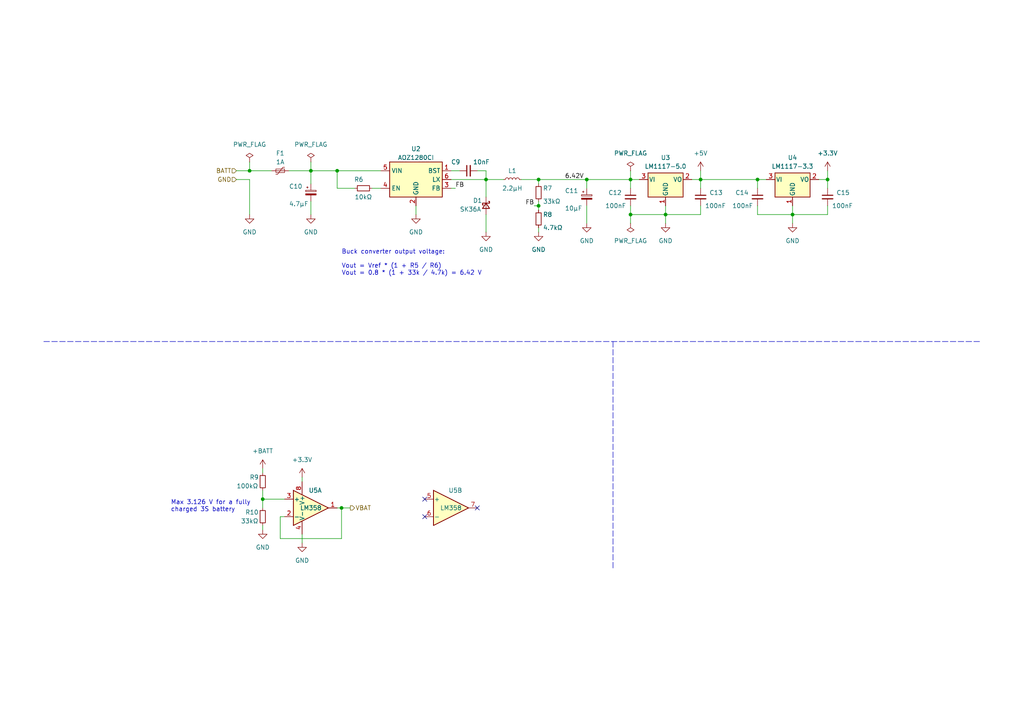
<source format=kicad_sch>
(kicad_sch (version 20211123) (generator eeschema)
  (paper "A4")
  (title_block (title "Power Supply") (date "2022-12-17") (rev "${REVISION}"))
  (lib_symbols
    (symbol "Amplifier_Operational:LM358" (pin_names (offset 0.127))
      (property "Reference" "U" (at 0 5.08 0))
      (property "Value" "LM358" (at 0 -5.08 0))
      (symbol "LM358_1_1"
        (polyline (pts (xy -5.08 5.08) (xy 5.08 0) (xy -5.08 -5.08) (xy -5.08 5.08)) (stroke (width 0.254)) (fill (type background)))
        (pin output line (at 7.62 0 180) (length 2.54) (name "~") (number "1"))
        (pin input line (at -7.62 -2.54 0) (length 2.54) (name "-") (number "2"))
        (pin input line (at -7.62 2.54 0) (length 2.54) (name "+") (number "3"))
      )
      (symbol "LM358_2_1"
        (polyline (pts (xy -5.08 5.08) (xy 5.08 0) (xy -5.08 -5.08) (xy -5.08 5.08)) (stroke (width 0.254)) (fill (type background)))
        (pin input line (at -7.62 2.54 0) (length 2.54) (name "+") (number "5"))
        (pin input line (at -7.62 -2.54 0) (length 2.54) (name "-") (number "6"))
        (pin output line (at 7.62 0 180) (length 2.54) (name "~") (number "7"))
      )
      (symbol "LM358_3_1"
        (pin power_in line (at -2.54 -7.62 90) (length 3.81) (name "V-") (number "4"))
        (pin power_in line (at -2.54 7.62 270) (length 3.81) (name "V+") (number "8"))
      )
    )
    (symbol "Device:C_Polarized_Small" (pin_numbers hide) (pin_names (offset 0.254) hide)
      (property "Reference" "C" (at 0.254 1.778 0))
      (property "Value" "C_Polarized_Small" (at 0.254 -2.032 0))
      (symbol "C_Polarized_Small_0_1"
        (rectangle (start -1.524 -0.3048) (end 1.524 -0.6858) (fill (type outline)))
        (rectangle (start -1.524 0.6858) (end 1.524 0.3048))
        (polyline (pts (xy -1.27 1.524) (xy -0.762 1.524)))
        (polyline (pts (xy -1.016 1.27) (xy -1.016 1.778)))
      )
      (symbol "C_Polarized_Small_1_1"
        (pin passive line (at 0 2.54 270) (length 1.8542) (name "~") (number "1"))
        (pin passive line (at 0 -2.54 90) (length 1.8542) (name "~") (number "2"))
      )
    )
    (symbol "Device:C_Small" (pin_numbers hide) (pin_names (offset 0.254) hide)
      (property "Reference" "C" (at 0.254 1.778 0))
      (property "Value" "C_Small" (at 0.254 -2.032 0))
      (symbol "C_Small_0_1"
        (polyline (pts (xy -1.524 -0.508) (xy 1.524 -0.508)) (stroke (width 0.3302)))
        (polyline (pts (xy -1.524 0.508) (xy 1.524 0.508)) (stroke (width 0.3048)))
      )
      (symbol "C_Small_1_1"
        (pin passive line (at 0 2.54 270) (length 2.032) (name "~") (number "1"))
        (pin passive line (at 0 -2.54 90) (length 2.032) (name "~") (number "2"))
      )
    )
    (symbol "Device:D_Schottky_Small" (pin_numbers hide) (pin_names (offset 0.254) hide)
      (property "Reference" "D" (at -1.27 2.032 0))
      (property "Value" "D_Schottky_Small" (at -7.112 -2.032 0))
      (symbol "D_Schottky_Small_0_1"
        (polyline (pts (xy -0.762 0) (xy 0.762 0)))
        (polyline (pts (xy 0.762 -1.016) (xy -0.762 0) (xy 0.762 1.016) (xy 0.762 -1.016)) (stroke (width 0.254)))
        (polyline (pts (xy -1.27 0.762) (xy -1.27 1.016) (xy -0.762 1.016) (xy -0.762 -1.016) (xy -0.254 -1.016) (xy -0.254 -0.762)) (stroke (width 0.254)))
      )
      (symbol "D_Schottky_Small_1_1"
        (pin passive line (at -2.54 0 0) (length 1.778) (name "K") (number "1"))
        (pin passive line (at 2.54 0 180) (length 1.778) (name "A") (number "2"))
      )
    )
    (symbol "Device:L_Small" (pin_numbers hide) (pin_names (offset 0.254) hide)
      (property "Reference" "L" (at 0.762 1.016 0))
      (property "Value" "L_Small" (at 0.762 -1.016 0))
      (symbol "L_Small_0_1"
        (arc (start 0 -2.032) (mid 0.508 -1.524) (end 0 -1.016))
        (arc (start 0 -1.016) (mid 0.508 -0.508) (end 0 0))
        (arc (start 0 0) (mid 0.508 0.508) (end 0 1.016))
        (arc (start 0 1.016) (mid 0.508 1.524) (end 0 2.032))
      )
      (symbol "L_Small_1_1"
        (pin passive line (at 0 2.54 270) (length 0.508) (name "~") (number "1"))
        (pin passive line (at 0 -2.54 90) (length 0.508) (name "~") (number "2"))
      )
    )
    (symbol "Device:Polyfuse_Small" (pin_numbers hide) (pin_names (offset 0))
      (property "Reference" "F" (at -1.905 0 90))
      (property "Value" "Polyfuse_Small" (at 1.905 0 90))
      (symbol "Polyfuse_Small_0_1"
        (rectangle (start -0.508 1.27) (end 0.508 -1.27))
        (polyline (pts (xy 0 2.54) (xy 0 -2.54)))
        (polyline (pts (xy -1.016 1.27) (xy -1.016 0.762) (xy 1.016 -0.762) (xy 1.016 -1.27)))
      )
      (symbol "Polyfuse_Small_1_1"
        (pin passive line (at 0 2.54 270) (length 0.635) (name "~") (number "1"))
        (pin passive line (at 0 -2.54 90) (length 0.635) (name "~") (number "2"))
      )
    )
    (symbol "Device:R_Small" (pin_numbers hide) (pin_names (offset 0.254) hide)
      (property "Reference" "R" (at 0.762 0.508 0))
      (property "Value" "R_Small" (at 0.762 -1.016 0))
      (symbol "R_Small_0_1"
        (rectangle (start -0.762 1.778) (end 0.762 -1.778) (stroke (width 0.2032)))
      )
      (symbol "R_Small_1_1"
        (pin passive line (at 0 2.54 270) (length 0.762) (name "~") (number "1"))
        (pin passive line (at 0 -2.54 90) (length 0.762) (name "~") (number "2"))
      )
    )
    (symbol "Regulator_Linear:LM1117-3.3" (pin_names (offset 0.254))
      (property "Reference" "U" (at -3.81 3.175 0))
      (property "Value" "LM1117-3.3" (at 0 3.175 0))
      (symbol "LM1117-3.3_0_1"
        (rectangle (start -5.08 -5.08) (end 5.08 1.905) (stroke (width 0.254)) (fill (type background)))
      )
      (symbol "LM1117-3.3_1_1"
        (pin power_in line (at 0 -7.62 90) (length 2.54) (name "GND") (number "1"))
        (pin power_out line (at 7.62 0 180) (length 2.54) (name "VO") (number "2"))
        (pin power_in line (at -7.62 0 0) (length 2.54) (name "VI") (number "3"))
      )
    )
    (symbol "Regulator_Linear:LM1117-5.0" (pin_names (offset 0.254))
      (property "Reference" "U" (at -3.81 3.175 0))
      (property "Value" "LM1117-5.0" (at 0 3.175 0))
      (symbol "LM1117-5.0_0_1"
        (rectangle (start -5.08 -5.08) (end 5.08 1.905) (stroke (width 0.254)) (fill (type background)))
      )
      (symbol "LM1117-5.0_1_1"
        (pin power_in line (at 0 -7.62 90) (length 2.54) (name "GND") (number "1"))
        (pin power_out line (at 7.62 0 180) (length 2.54) (name "VO") (number "2"))
        (pin power_in line (at -7.62 0 0) (length 2.54) (name "VI") (number "3"))
      )
    )
    (symbol "Regulator_Switching:AOZ1280CI"
      (property "Reference" "U" (at -6.35 -6.35 0))
      (property "Value" "AOZ1280CI" (at -2.54 6.35 0))
      (symbol "AOZ1280CI_0_1"
        (rectangle (start -7.62 5.08) (end 7.62 -5.08) (stroke (width 0.254)) (fill (type background)))
      )
      (symbol "AOZ1280CI_1_1"
        (pin input line (at 10.16 2.54 180) (length 2.54) (name "BST") (number "1"))
        (pin power_in line (at 0 -7.62 90) (length 2.54) (name "GND") (number "2"))
        (pin input line (at 10.16 -2.54 180) (length 2.54) (name "FB") (number "3"))
        (pin input line (at -10.16 -2.54 0) (length 2.54) (name "EN") (number "4"))
        (pin power_in line (at -10.16 2.54 0) (length 2.54) (name "VIN") (number "5"))
        (pin power_out line (at 10.16 0 180) (length 2.54) (name "LX") (number "6"))
      )
    )
    (symbol "power:+3.3V" (power) (pin_names (offset 0))
      (property "Value" "+3.3V" (at 0 3.556 0))
      (symbol "+3.3V_0_1"
        (polyline (pts (xy -0.762 1.27) (xy 0 2.54)))
        (polyline (pts (xy 0 0) (xy 0 2.54)))
        (polyline (pts (xy 0 2.54) (xy 0.762 1.27)))
      )
      (symbol "+3.3V_1_1"
        (pin power_in line (at 0 0 90) (length 0) hide (name "+3.3V") (number "1"))
      )
    )
    (symbol "power:+5V" (power) (pin_names (offset 0))
      (property "Value" "+5V" (at 0 3.556 0))
      (symbol "+5V_0_1"
        (polyline (pts (xy -0.762 1.27) (xy 0 2.54)))
        (polyline (pts (xy 0 0) (xy 0 2.54)))
        (polyline (pts (xy 0 2.54) (xy 0.762 1.27)))
      )
      (symbol "+5V_1_1"
        (pin power_in line (at 0 0 90) (length 0) hide (name "+5V") (number "1"))
      )
    )
    (symbol "power:+BATT" (power) (pin_names (offset 0))
      (property "Value" "+BATT" (at 0 3.556 0))
      (symbol "+BATT_0_1"
        (polyline (pts (xy -0.762 1.27) (xy 0 2.54)))
        (polyline (pts (xy 0 0) (xy 0 2.54)))
        (polyline (pts (xy 0 2.54) (xy 0.762 1.27)))
      )
      (symbol "+BATT_1_1"
        (pin power_in line (at 0 0 90) (length 0) hide (name "+BATT") (number "1"))
      )
    )
    (symbol "power:GND" (power) (pin_names (offset 0))
      (property "Value" "GND" (at 0 -3.81 0))
      (symbol "GND_0_1"
        (polyline (pts (xy 0 0) (xy 0 -1.27) (xy 1.27 -1.27) (xy 0 -2.54) (xy -1.27 -1.27) (xy 0 -1.27)))
      )
      (symbol "GND_1_1"
        (pin power_in line (at 0 0 270) (length 0) hide (name "GND") (number "1"))
      )
    )
    (symbol "power:PWR_FLAG" (power) (pin_numbers hide) (pin_names (offset 0) hide)
      (property "Value" "PWR_FLAG" (at 0 3.81 0))
      (symbol "PWR_FLAG_0_0"
        (pin power_out line (at 0 0 90) (length 0) (name "pwr") (number "1"))
      )
      (symbol "PWR_FLAG_0_1"
        (polyline (pts (xy 0 0) (xy 0 1.27) (xy -1.016 1.905) (xy 0 2.54) (xy 1.016 1.905) (xy 0 1.27)))
      )
    )
  )
  (junction (at 219.71 52.07))
  (junction (at 99.06 147.32))
  (junction (at 193.04 62.23))
  (junction (at 76.2 144.78))
  (junction (at 156.21 52.07))
  (junction (at 182.88 62.23))
  (junction (at 97.79 49.53))
  (junction (at 140.97 52.07))
  (junction (at 240.03 52.07))
  (junction (at 170.18 52.07))
  (junction (at 203.2 52.07))
  (junction (at 229.87 62.23))
  (junction (at 182.88 52.07))
  (junction (at 156.21 59.69))
  (junction (at 90.17 49.53))
  (junction (at 72.39 49.53))
  (no_connect (at 123.19 144.78))
  (no_connect (at 123.19 149.86))
  (no_connect (at 138.43 147.32))
  (wire (pts (xy 203.2 49.53) (xy 203.2 52.07)))
  (wire (pts (xy 237.49 52.07) (xy 240.03 52.07)))
  (wire (pts (xy 81.28 156.21) (xy 81.28 149.86)))
  (polyline (pts (xy 177.8 99.06) (xy 177.8 165.1)))
  (wire (pts (xy 76.2 142.24) (xy 76.2 144.78)))
  (wire (pts (xy 193.04 59.69) (xy 193.04 62.23)))
  (wire (pts (xy 170.18 59.69) (xy 170.18 64.77)))
  (wire (pts (xy 97.79 49.53) (xy 110.49 49.53)))
  (wire (pts (xy 229.87 62.23) (xy 229.87 64.77)))
  (wire (pts (xy 182.88 62.23) (xy 193.04 62.23)))
  (wire (pts (xy 90.17 58.42) (xy 90.17 62.23)))
  (wire (pts (xy 203.2 52.07) (xy 219.71 52.07)))
  (wire (pts (xy 156.21 52.07) (xy 156.21 53.34)))
  (wire (pts (xy 97.79 147.32) (xy 99.06 147.32)))
  (wire (pts (xy 182.88 62.23) (xy 182.88 64.77)))
  (wire (pts (xy 102.87 54.61) (xy 97.79 54.61)))
  (wire (pts (xy 154.94 59.69) (xy 156.21 59.69)))
  (wire (pts (xy 130.81 49.53) (xy 133.35 49.53)))
  (wire (pts (xy 99.06 147.32) (xy 99.06 156.21)))
  (wire (pts (xy 182.88 49.53) (xy 182.88 52.07)))
  (wire (pts (xy 68.58 49.53) (xy 72.39 49.53)))
  (wire (pts (xy 90.17 49.53) (xy 90.17 53.34)))
  (wire (pts (xy 76.2 135.89) (xy 76.2 137.16)))
  (wire (pts (xy 240.03 49.53) (xy 240.03 52.07)))
  (wire (pts (xy 193.04 62.23) (xy 203.2 62.23)))
  (wire (pts (xy 140.97 52.07) (xy 146.05 52.07)))
  (wire (pts (xy 97.79 54.61) (xy 97.79 49.53)))
  (wire (pts (xy 72.39 52.07) (xy 72.39 62.23)))
  (wire (pts (xy 203.2 62.23) (xy 203.2 59.69)))
  (wire (pts (xy 76.2 144.78) (xy 76.2 147.32)))
  (wire (pts (xy 151.13 52.07) (xy 156.21 52.07)))
  (wire (pts (xy 229.87 59.69) (xy 229.87 62.23)))
  (polyline (pts (xy 12.7 99.06) (xy 284.48 99.06)))
  (wire (pts (xy 170.18 52.07) (xy 170.18 54.61)))
  (wire (pts (xy 83.82 49.53) (xy 90.17 49.53)))
  (wire (pts (xy 193.04 62.23) (xy 193.04 64.77)))
  (wire (pts (xy 68.58 52.07) (xy 72.39 52.07)))
  (wire (pts (xy 72.39 46.99) (xy 72.39 49.53)))
  (wire (pts (xy 240.03 59.69) (xy 240.03 62.23)))
  (wire (pts (xy 99.06 147.32) (xy 101.6 147.32)))
  (wire (pts (xy 182.88 59.69) (xy 182.88 62.23)))
  (wire (pts (xy 240.03 52.07) (xy 240.03 54.61)))
  (wire (pts (xy 156.21 66.04) (xy 156.21 67.31)))
  (wire (pts (xy 156.21 58.42) (xy 156.21 59.69)))
  (wire (pts (xy 156.21 59.69) (xy 156.21 60.96)))
  (wire (pts (xy 203.2 52.07) (xy 203.2 54.61)))
  (wire (pts (xy 99.06 156.21) (xy 81.28 156.21)))
  (wire (pts (xy 130.81 52.07) (xy 140.97 52.07)))
  (wire (pts (xy 90.17 46.99) (xy 90.17 49.53)))
  (wire (pts (xy 182.88 52.07) (xy 182.88 54.61)))
  (wire (pts (xy 219.71 62.23) (xy 229.87 62.23)))
  (wire (pts (xy 140.97 52.07) (xy 140.97 57.15)))
  (wire (pts (xy 138.43 49.53) (xy 140.97 49.53)))
  (wire (pts (xy 229.87 62.23) (xy 240.03 62.23)))
  (wire (pts (xy 140.97 49.53) (xy 140.97 52.07)))
  (wire (pts (xy 87.63 138.43) (xy 87.63 139.7)))
  (wire (pts (xy 219.71 52.07) (xy 222.25 52.07)))
  (wire (pts (xy 120.65 59.69) (xy 120.65 62.23)))
  (wire (pts (xy 81.28 149.86) (xy 82.55 149.86)))
  (wire (pts (xy 200.66 52.07) (xy 203.2 52.07)))
  (wire (pts (xy 156.21 52.07) (xy 170.18 52.07)))
  (wire (pts (xy 72.39 49.53) (xy 78.74 49.53)))
  (wire (pts (xy 97.79 49.53) (xy 90.17 49.53)))
  (wire (pts (xy 170.18 52.07) (xy 182.88 52.07)))
  (wire (pts (xy 87.63 154.94) (xy 87.63 157.48)))
  (wire (pts (xy 107.95 54.61) (xy 110.49 54.61)))
  (wire (pts (xy 219.71 62.23) (xy 219.71 59.69)))
  (wire (pts (xy 76.2 152.4) (xy 76.2 153.67)))
  (wire (pts (xy 219.71 52.07) (xy 219.71 54.61)))
  (wire (pts (xy 130.81 54.61) (xy 132.08 54.61)))
  (wire (pts (xy 185.42 52.07) (xy 182.88 52.07)))
  (wire (pts (xy 140.97 62.23) (xy 140.97 67.31)))
  (wire (pts (xy 76.2 144.78) (xy 82.55 144.78)))
  (text "Max 3.126 V for a fully\ncharged 3S battery" (at 49.53 148.59 0) (effects (font (size 1.27 1.27)) (justify left bottom)))
  (text "Buck converter output voltage:\n\nVout = Vref * (1 + R5 / R6)\nVout = 0.8 * (1 + 33k / 4.7k) = 6.42 V" (at 99.06 80.01 0) (effects (font (size 1.27 1.27)) (justify left bottom)))
  (label "FB" (at 154.94 59.69 180))
  (label "6.42V" (at 163.83 52.07 0))
  (label "FB" (at 132.08 54.61 0))
  (hierarchical_label "VBAT" (shape output) (at 101.6 147.32 0))
  (hierarchical_label "GND" (shape input) (at 68.58 52.07 180))
  (hierarchical_label "BATT" (shape input) (at 68.58 49.53 180))
  (symbol (lib_id "Device:C_Small") (at 135.89 49.53 90) (unit 1)
    (property "Reference" "C9" (at 130.8162 46.99 90) (effects (justify right)))
    (property "Value" "10nF" (at 137.1662 46.99 90) (effects (justify right)))
    (property "Footprint" "Capacitor_SMD:C_0603_1608Metric" (effects hide))
  )
  (symbol (lib_id "power:+5V") (at 203.2 49.53 0) (unit 1)
    (property "Reference" "#PWR026" (effects hide))
    (property "Value" "+5V" (at 203.2 44.45 0))
  )
  (symbol (lib_id "Regulator_Linear:LM1117-5.0") (at 193.04 52.07 0) (unit 1)
    (property "Reference" "U3" (at 193.04 45.72 0))
    (property "Value" "LM1117-5.0" (at 193.04 48.26 0))
    (property "Footprint" "Package_TO_SOT_SMD:SOT-223-3_TabPin2" (effects hide))
    (property "Datasheet" "http://www.ti.com/lit/ds/symlink/lm1117.pdf" (effects hide))
  )
  (symbol (lib_id "Device:C_Small") (at 219.71 57.15 0) (unit 1)
    (property "Reference" "C14" (at 217.17 55.8862 0) (effects (justify right)))
    (property "Value" "100nF" (at 218.44 59.6962 0) (effects (justify right)))
    (property "Footprint" "Capacitor_SMD:C_0603_1608Metric" (effects hide))
  )
  (symbol (lib_id "power:GND") (at 87.63 157.48 0) (unit 1)
    (property "Reference" "#PWR039" (effects hide))
    (property "Value" "GND" (at 87.63 162.56 0))
  )
  (symbol (lib_id "Device:R_Small") (at 105.41 54.61 90) (unit 1)
    (property "Reference" "R6" (at 105.4099 52.07 90) (effects (justify left)))
    (property "Value" "10kΩ" (at 107.9499 57.15 90) (effects (justify left)))
    (property "Footprint" "Resistor_SMD:R_0603_1608Metric" (effects hide))
  )
  (symbol (lib_id "power:GND") (at 156.21 67.31 0) (unit 1)
    (property "Reference" "#PWR035" (effects hide))
    (property "Value" "GND" (at 156.21 72.39 0))
  )
  (symbol (lib_id "power:PWR_FLAG") (at 182.88 64.77 180) (unit 1)
    (property "Reference" "#FLG04" (effects hide))
    (property "Value" "PWR_FLAG" (at 182.88 69.85 0))
  )
  (symbol (lib_id "power:PWR_FLAG") (at 90.17 46.99 0) (unit 1)
    (property "Reference" "#FLG02" (effects hide))
    (property "Value" "PWR_FLAG" (at 90.17 41.91 0))
  )
  (symbol (lib_id "Device:C_Polarized_Small") (at 90.17 55.88 0) (unit 1)
    (property "Reference" "C10" (at 83.82 54.0638 0) (effects (justify left)))
    (property "Value" "4.7μF" (at 83.82 59.1438 0) (effects (justify left)))
    (property "Footprint" "Capacitor_SMD:CP_Elec_6.3x5.4" (effects hide))
  )
  (symbol (lib_id "Device:C_Small") (at 182.88 57.15 0) (unit 1)
    (property "Reference" "C12" (at 180.34 55.8862 0) (effects (justify right)))
    (property "Value" "100nF" (at 181.61 59.6962 0) (effects (justify right)))
    (property "Footprint" "Capacitor_SMD:C_0603_1608Metric" (effects hide))
  )
  (symbol (lib_id "power:GND") (at 72.39 62.23 0) (unit 1)
    (property "Reference" "#PWR028" (effects hide))
    (property "Value" "GND" (at 72.39 67.31 0))
  )
  (symbol (lib_id "power:GND") (at 193.04 64.77 0) (unit 1)
    (property "Reference" "#PWR032" (effects hide))
    (property "Value" "GND" (at 193.04 69.85 0))
  )
  (symbol (lib_id "Regulator_Switching:AOZ1280CI") (at 120.65 52.07 0) (unit 1)
    (property "Reference" "U2" (at 120.65 43.18 0))
    (property "Value" "AOZ1280CI" (at 120.65 45.72 0))
    (property "Footprint" "Package_TO_SOT_SMD:SOT-23-6" (effects hide))
    (property "Datasheet" "http://aosmd.com/res/data_sheets/AOZ1280CI.pdf" (effects hide))
  )
  (symbol (lib_id "Device:R_Small") (at 156.21 63.5 0) (unit 1)
    (property "Reference" "R8" (at 157.48 62.2299 0) (effects (justify left)))
    (property "Value" "4.7kΩ" (at 157.48 66.0399 0) (effects (justify left)))
    (property "Footprint" "Resistor_SMD:R_0603_1608Metric" (effects hide))
  )
  (symbol (lib_id "Device:C_Small") (at 203.2 57.15 0) (unit 1)
    (property "Reference" "C13" (at 205.74 55.8862 0) (effects (justify left)))
    (property "Value" "100nF" (at 204.47 59.6962 0) (effects (justify left)))
    (property "Footprint" "Capacitor_SMD:C_0603_1608Metric" (effects hide))
  )
  (symbol (lib_id "Device:Polyfuse_Small") (at 81.28 49.53 90) (unit 1)
    (property "Reference" "F1" (at 81.28 44.45 90))
    (property "Value" "1A" (at 81.28 46.99 90))
    (property "Footprint" "Fuse:Fuse_1210_3225Metric" (effects hide))
  )
  (symbol (lib_id "Regulator_Linear:LM1117-3.3") (at 229.87 52.07 0) (unit 1)
    (property "Reference" "U4" (at 229.87 45.72 0))
    (property "Value" "LM1117-3.3" (at 229.87 48.26 0))
    (property "Footprint" "Package_TO_SOT_SMD:SOT-223-3_TabPin2" (effects hide))
    (property "Datasheet" "http://www.ti.com/lit/ds/symlink/lm1117.pdf" (effects hide))
  )
  (symbol (lib_id "power:GND") (at 76.2 153.67 0) (unit 1)
    (property "Reference" "#PWR038" (effects hide))
    (property "Value" "GND" (at 76.2 158.75 0))
  )
  (symbol (lib_id "Device:D_Schottky_Small") (at 140.97 59.69 270) (unit 1)
    (property "Reference" "D1" (at 137.16 58.1659 90) (effects (justify left)))
    (property "Value" "SK36A" (at 133.35 60.7059 90) (effects (justify left)))
    (property "Footprint" "Diode_SMD:D_SMA" (effects hide))
  )
  (symbol (lib_id "Device:C_Polarized_Small") (at 170.18 57.15 0) (unit 1)
    (property "Reference" "C11" (at 163.83 55.3338 0) (effects (justify left)))
    (property "Value" "10μF" (at 163.83 60.4138 0) (effects (justify left)))
    (property "Footprint" "Capacitor_SMD:CP_Elec_6.3x5.4" (effects hide))
  )
  (symbol (lib_id "power:GND") (at 120.65 62.23 0) (unit 1)
    (property "Reference" "#PWR030" (effects hide))
    (property "Value" "GND" (at 120.65 67.31 0))
  )
  (symbol (lib_id "Device:L_Small") (at 148.59 52.07 90) (unit 1)
    (property "Reference" "L1" (at 148.59 49.53 90))
    (property "Value" "2.2μH" (at 148.59 54.61 90))
    (property "Footprint" "Inductor_SMD:L_Bourns-SRN4018" (effects hide))
  )
  (symbol (lib_id "power:GND") (at 90.17 62.23 0) (unit 1)
    (property "Reference" "#PWR029" (effects hide))
    (property "Value" "GND" (at 90.17 67.31 0))
  )
  (symbol (lib_id "power:+BATT") (at 76.2 135.89 0) (unit 1)
    (property "Reference" "#PWR036" (effects hide))
    (property "Value" "+BATT" (at 76.2 130.81 0))
  )
  (symbol (lib_id "power:GND") (at 229.87 64.77 0) (unit 1)
    (property "Reference" "#PWR033" (effects hide))
    (property "Value" "GND" (at 229.87 69.85 0))
  )
  (symbol (lib_id "Device:R_Small") (at 156.21 55.88 0) (unit 1)
    (property "Reference" "R7" (at 157.48 54.6099 0) (effects (justify left)))
    (property "Value" "33kΩ" (at 157.48 58.4199 0) (effects (justify left)))
    (property "Footprint" "Resistor_SMD:R_0603_1608Metric" (effects hide))
  )
  (symbol (lib_id "Device:C_Small") (at 240.03 57.15 0) (unit 1)
    (property "Reference" "C15" (at 242.57 55.8862 0) (effects (justify left)))
    (property "Value" "100nF" (at 241.3 59.6962 0) (effects (justify left)))
    (property "Footprint" "Capacitor_SMD:C_0603_1608Metric" (effects hide))
  )
  (symbol (lib_id "power:GND") (at 170.18 64.77 0) (unit 1)
    (property "Reference" "#PWR031" (effects hide))
    (property "Value" "GND" (at 170.18 69.85 0))
  )
  (symbol (lib_id "power:PWR_FLAG") (at 72.39 46.99 0) (unit 1)
    (property "Reference" "#FLG01" (effects hide))
    (property "Value" "PWR_FLAG" (at 72.39 41.91 0))
  )
  (symbol (lib_id "Device:R_Small") (at 76.2 139.7 0) (unit 1)
    (property "Reference" "R9" (at 72.39 138.4299 0) (effects (justify left)))
    (property "Value" "100kΩ" (at 68.58 140.9699 0) (effects (justify left)))
    (property "Footprint" "Resistor_SMD:R_0603_1608Metric" (effects hide))
  )
  (symbol (lib_id "Amplifier_Operational:LM358") (at 90.17 147.32 0) (unit 3)
    (property "Reference" "U5" (effects hide))
    (property "Value" "LM358" (effects hide))
    (property "Footprint" "Package_SO:SOIC-8_3.9x4.9mm_P1.27mm" (effects hide))
    (property "Datasheet" "http://www.ti.com/lit/ds/symlink/lm2904-n.pdf" (effects hide))
  )
  (symbol (lib_id "power:+3.3V") (at 87.63 138.43 0) (unit 1)
    (property "Reference" "#PWR037" (effects hide))
    (property "Value" "+3.3V" (at 87.63 133.35 0))
  )
  (symbol (lib_id "Amplifier_Operational:LM358") (at 90.17 147.32 0) (unit 1)
    (property "Reference" "U5" (at 91.44 142.24 0))
    (property "Value" "LM358" (at 90.17 147.32 0))
    (property "Footprint" "Package_SO:SOIC-8_3.9x4.9mm_P1.27mm" (effects hide))
    (property "Datasheet" "http://www.ti.com/lit/ds/symlink/lm2904-n.pdf" (effects hide))
  )
  (symbol (lib_id "power:PWR_FLAG") (at 182.88 49.53 0) (unit 1)
    (property "Reference" "#FLG03" (effects hide))
    (property "Value" "PWR_FLAG" (at 182.88 44.45 0))
  )
  (symbol (lib_id "power:GND") (at 140.97 67.31 0) (unit 1)
    (property "Reference" "#PWR034" (effects hide))
    (property "Value" "GND" (at 140.97 72.39 0))
  )
  (symbol (lib_id "Device:R_Small") (at 76.2 149.86 0) (unit 1)
    (property "Reference" "R10" (at 71.12 148.5899 0) (effects (justify left)))
    (property "Value" "33kΩ" (at 69.85 151.1299 0) (effects (justify left)))
    (property "Footprint" "Resistor_SMD:R_0603_1608Metric" (effects hide))
  )
  (symbol (lib_id "Amplifier_Operational:LM358") (at 130.81 147.32 0) (unit 2)
    (property "Reference" "U5" (at 132.08 142.24 0))
    (property "Value" "LM358" (at 130.81 147.32 0))
    (property "Footprint" "Package_SO:SOIC-8_3.9x4.9mm_P1.27mm" (effects hide))
    (property "Datasheet" "http://www.ti.com/lit/ds/symlink/lm2904-n.pdf" (effects hide))
  )
  (symbol (lib_id "power:+3.3V") (at 240.03 49.53 0) (unit 1)
    (property "Reference" "#PWR027" (effects hide))
    (property "Value" "+3.3V" (at 240.03 44.45 0))
  )
)
</source>
